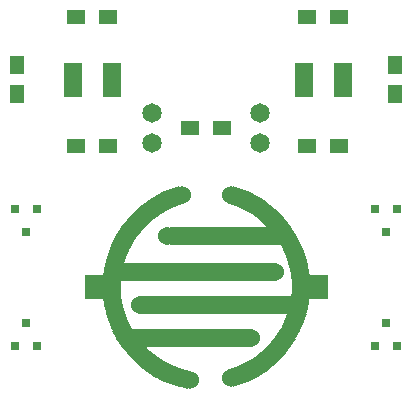
<source format=gts>
G04 #@! TF.FileFunction,Soldermask,Top*
%FSLAX46Y46*%
G04 Gerber Fmt 4.6, Leading zero omitted, Abs format (unit mm)*
G04 Created by KiCad (PCBNEW (2015-05-03 BZR 5637)-product) date 2015 September 04, Friday 10:07:14*
%MOMM*%
G01*
G04 APERTURE LIST*
%ADD10C,0.100000*%
%ADD11C,1.651000*%
%ADD12R,1.250000X1.500000*%
%ADD13R,1.500000X1.300000*%
%ADD14R,1.500000X3.000000*%
%ADD15R,13.000000X1.540000*%
%ADD16R,10.000000X1.540000*%
%ADD17R,2.000000X2.000000*%
%ADD18C,1.524000*%
%ADD19R,1.524000X1.524000*%
%ADD20C,1.540000*%
%ADD21R,0.800100X0.800100*%
G04 APERTURE END LIST*
D10*
D11*
X152654000Y-104648000D03*
X152654000Y-107188000D03*
X143510000Y-104648000D03*
X143510000Y-107188000D03*
D12*
X132080000Y-103104000D03*
X132080000Y-100604000D03*
X164084000Y-100604000D03*
X164084000Y-103104000D03*
D13*
X149432000Y-105918000D03*
X146732000Y-105918000D03*
X139780000Y-96520000D03*
X137080000Y-96520000D03*
X159338000Y-96520000D03*
X156638000Y-96520000D03*
X139780000Y-107442000D03*
X137080000Y-107442000D03*
X156638000Y-107442000D03*
X159338000Y-107442000D03*
D14*
X136780000Y-101854000D03*
X140080000Y-101854000D03*
X156338000Y-101854000D03*
X159638000Y-101854000D03*
D15*
X149098000Y-120904000D03*
X147320000Y-118110000D03*
D16*
X146812000Y-123698000D03*
D17*
X138811000Y-119380000D03*
D18*
X150153000Y-111653000D03*
D10*
G36*
X150362574Y-110885335D02*
X151794665Y-111406574D01*
X151273426Y-112838665D01*
X149841335Y-112317426D01*
X150362574Y-110885335D01*
X150362574Y-110885335D01*
G37*
G36*
X151094429Y-111117358D02*
X152475642Y-111761429D01*
X151831571Y-113142642D01*
X150450358Y-112498571D01*
X151094429Y-111117358D01*
X151094429Y-111117358D01*
G37*
G36*
X151803089Y-111411089D02*
X153122911Y-112173089D01*
X152360911Y-113492911D01*
X151041089Y-112730911D01*
X151803089Y-111411089D01*
X151803089Y-111411089D01*
G37*
G36*
X152483871Y-111765741D02*
X153732259Y-112639871D01*
X152858129Y-113888259D01*
X151609741Y-113014129D01*
X152483871Y-111765741D01*
X152483871Y-111765741D01*
G37*
G36*
X153130078Y-112178470D02*
X154297530Y-113158078D01*
X153317922Y-114325530D01*
X152150470Y-113345922D01*
X153130078Y-112178470D01*
X153130078Y-112178470D01*
G37*
G36*
X153739000Y-112645369D02*
X154816631Y-113723000D01*
X153739000Y-114800631D01*
X152661369Y-113723000D01*
X153739000Y-112645369D01*
X153739000Y-112645369D01*
G37*
G36*
X154303922Y-113164470D02*
X155283530Y-114331922D01*
X154116078Y-115311530D01*
X153136470Y-114144078D01*
X154303922Y-113164470D01*
X154303922Y-113164470D01*
G37*
G36*
X154822129Y-113729741D02*
X155696259Y-114978129D01*
X154447871Y-115852259D01*
X153573741Y-114603871D01*
X154822129Y-113729741D01*
X154822129Y-113729741D01*
G37*
G36*
X155288911Y-114339089D02*
X156050911Y-115658911D01*
X154731089Y-116420911D01*
X153969089Y-115101089D01*
X155288911Y-114339089D01*
X155288911Y-114339089D01*
G37*
G36*
X155700571Y-114986358D02*
X156344642Y-116367571D01*
X154963429Y-117011642D01*
X154319358Y-115630429D01*
X155700571Y-114986358D01*
X155700571Y-114986358D01*
G37*
G36*
X156055426Y-115667335D02*
X156576665Y-117099426D01*
X155144574Y-117620665D01*
X154623335Y-116188574D01*
X156055426Y-115667335D01*
X156055426Y-115667335D01*
G37*
G36*
X156347815Y-116375744D02*
X156742256Y-117847815D01*
X155270185Y-118242256D01*
X154875744Y-116770185D01*
X156347815Y-116375744D01*
X156347815Y-116375744D01*
G37*
G36*
X156578104Y-117108257D02*
X156842743Y-118609104D01*
X155341896Y-118873743D01*
X155077257Y-117372896D01*
X156578104Y-117108257D01*
X156578104Y-117108257D01*
G37*
G36*
X156744688Y-117857487D02*
X156877513Y-119375688D01*
X155359312Y-119508513D01*
X155226487Y-117990312D01*
X156744688Y-117857487D01*
X156744688Y-117857487D01*
G37*
D19*
X156082000Y-119380000D03*
D10*
G36*
X156877513Y-119384312D02*
X156744688Y-120902513D01*
X155226487Y-120769688D01*
X155359312Y-119251487D01*
X156877513Y-119384312D01*
X156877513Y-119384312D01*
G37*
G36*
X156842743Y-120150896D02*
X156578104Y-121651743D01*
X155077257Y-121387104D01*
X155341896Y-119886257D01*
X156842743Y-120150896D01*
X156842743Y-120150896D01*
G37*
G36*
X156742256Y-120912185D02*
X156347815Y-122384256D01*
X154875744Y-121989815D01*
X155270185Y-120517744D01*
X156742256Y-120912185D01*
X156742256Y-120912185D01*
G37*
G36*
X156576665Y-121660574D02*
X156055426Y-123092665D01*
X154623335Y-122571426D01*
X155144574Y-121139335D01*
X156576665Y-121660574D01*
X156576665Y-121660574D01*
G37*
G36*
X156344642Y-122392429D02*
X155700571Y-123773642D01*
X154319358Y-123129571D01*
X154963429Y-121748358D01*
X156344642Y-122392429D01*
X156344642Y-122392429D01*
G37*
G36*
X156050911Y-123101089D02*
X155288911Y-124420911D01*
X153969089Y-123658911D01*
X154731089Y-122339089D01*
X156050911Y-123101089D01*
X156050911Y-123101089D01*
G37*
G36*
X155696259Y-123781871D02*
X154822129Y-125030259D01*
X153573741Y-124156129D01*
X154447871Y-122907741D01*
X155696259Y-123781871D01*
X155696259Y-123781871D01*
G37*
G36*
X155283530Y-124428078D02*
X154303922Y-125595530D01*
X153136470Y-124615922D01*
X154116078Y-123448470D01*
X155283530Y-124428078D01*
X155283530Y-124428078D01*
G37*
G36*
X154816631Y-125037000D02*
X153739000Y-126114631D01*
X152661369Y-125037000D01*
X153739000Y-123959369D01*
X154816631Y-125037000D01*
X154816631Y-125037000D01*
G37*
G36*
X154297530Y-125601922D02*
X153130078Y-126581530D01*
X152150470Y-125414078D01*
X153317922Y-124434470D01*
X154297530Y-125601922D01*
X154297530Y-125601922D01*
G37*
G36*
X153732259Y-126120129D02*
X152483871Y-126994259D01*
X151609741Y-125745871D01*
X152858129Y-124871741D01*
X153732259Y-126120129D01*
X153732259Y-126120129D01*
G37*
G36*
X153122911Y-126586911D02*
X151803089Y-127348911D01*
X151041089Y-126029089D01*
X152360911Y-125267089D01*
X153122911Y-126586911D01*
X153122911Y-126586911D01*
G37*
G36*
X152475642Y-126998571D02*
X151094429Y-127642642D01*
X150450358Y-126261429D01*
X151831571Y-125617358D01*
X152475642Y-126998571D01*
X152475642Y-126998571D01*
G37*
G36*
X151794665Y-127353426D02*
X150362574Y-127874665D01*
X149841335Y-126442574D01*
X151273426Y-125921335D01*
X151794665Y-127353426D01*
X151794665Y-127353426D01*
G37*
D18*
X150153000Y-127107000D03*
X146693000Y-127258000D03*
D10*
G36*
X146549815Y-128040256D02*
X145077744Y-127645815D01*
X145472185Y-126173744D01*
X146944256Y-126568185D01*
X146549815Y-128040256D01*
X146549815Y-128040256D01*
G37*
G36*
X145801426Y-127874665D02*
X144369335Y-127353426D01*
X144890574Y-125921335D01*
X146322665Y-126442574D01*
X145801426Y-127874665D01*
X145801426Y-127874665D01*
G37*
G36*
X145069571Y-127642642D02*
X143688358Y-126998571D01*
X144332429Y-125617358D01*
X145713642Y-126261429D01*
X145069571Y-127642642D01*
X145069571Y-127642642D01*
G37*
G36*
X144360911Y-127348911D02*
X143041089Y-126586911D01*
X143803089Y-125267089D01*
X145122911Y-126029089D01*
X144360911Y-127348911D01*
X144360911Y-127348911D01*
G37*
G36*
X143680129Y-126994259D02*
X142431741Y-126120129D01*
X143305871Y-124871741D01*
X144554259Y-125745871D01*
X143680129Y-126994259D01*
X143680129Y-126994259D01*
G37*
G36*
X143033922Y-126581530D02*
X141866470Y-125601922D01*
X142846078Y-124434470D01*
X144013530Y-125414078D01*
X143033922Y-126581530D01*
X143033922Y-126581530D01*
G37*
G36*
X142425000Y-126114631D02*
X141347369Y-125037000D01*
X142425000Y-123959369D01*
X143502631Y-125037000D01*
X142425000Y-126114631D01*
X142425000Y-126114631D01*
G37*
G36*
X141860078Y-125595530D02*
X140880470Y-124428078D01*
X142047922Y-123448470D01*
X143027530Y-124615922D01*
X141860078Y-125595530D01*
X141860078Y-125595530D01*
G37*
G36*
X141341871Y-125030259D02*
X140467741Y-123781871D01*
X141716129Y-122907741D01*
X142590259Y-124156129D01*
X141341871Y-125030259D01*
X141341871Y-125030259D01*
G37*
G36*
X140875089Y-124420911D02*
X140113089Y-123101089D01*
X141432911Y-122339089D01*
X142194911Y-123658911D01*
X140875089Y-124420911D01*
X140875089Y-124420911D01*
G37*
G36*
X140463429Y-123773642D02*
X139819358Y-122392429D01*
X141200571Y-121748358D01*
X141844642Y-123129571D01*
X140463429Y-123773642D01*
X140463429Y-123773642D01*
G37*
G36*
X140108574Y-123092665D02*
X139587335Y-121660574D01*
X141019426Y-121139335D01*
X141540665Y-122571426D01*
X140108574Y-123092665D01*
X140108574Y-123092665D01*
G37*
G36*
X139816185Y-122384256D02*
X139421744Y-120912185D01*
X140893815Y-120517744D01*
X141288256Y-121989815D01*
X139816185Y-122384256D01*
X139816185Y-122384256D01*
G37*
G36*
X139585896Y-121651743D02*
X139321257Y-120150896D01*
X140822104Y-119886257D01*
X141086743Y-121387104D01*
X139585896Y-121651743D01*
X139585896Y-121651743D01*
G37*
G36*
X139419312Y-120902513D02*
X139286487Y-119384312D01*
X140804688Y-119251487D01*
X140937513Y-120769688D01*
X139419312Y-120902513D01*
X139419312Y-120902513D01*
G37*
D19*
X140082000Y-119380000D03*
D10*
G36*
X139286487Y-119375688D02*
X139419312Y-117857487D01*
X140937513Y-117990312D01*
X140804688Y-119508513D01*
X139286487Y-119375688D01*
X139286487Y-119375688D01*
G37*
G36*
X139321257Y-118609104D02*
X139585896Y-117108257D01*
X141086743Y-117372896D01*
X140822104Y-118873743D01*
X139321257Y-118609104D01*
X139321257Y-118609104D01*
G37*
G36*
X139421744Y-117847815D02*
X139816185Y-116375744D01*
X141288256Y-116770185D01*
X140893815Y-118242256D01*
X139421744Y-117847815D01*
X139421744Y-117847815D01*
G37*
G36*
X139587335Y-117099426D02*
X140108574Y-115667335D01*
X141540665Y-116188574D01*
X141019426Y-117620665D01*
X139587335Y-117099426D01*
X139587335Y-117099426D01*
G37*
G36*
X139819358Y-116367571D02*
X140463429Y-114986358D01*
X141844642Y-115630429D01*
X141200571Y-117011642D01*
X139819358Y-116367571D01*
X139819358Y-116367571D01*
G37*
G36*
X140113089Y-115658911D02*
X140875089Y-114339089D01*
X142194911Y-115101089D01*
X141432911Y-116420911D01*
X140113089Y-115658911D01*
X140113089Y-115658911D01*
G37*
G36*
X140467741Y-114978129D02*
X141341871Y-113729741D01*
X142590259Y-114603871D01*
X141716129Y-115852259D01*
X140467741Y-114978129D01*
X140467741Y-114978129D01*
G37*
G36*
X140880470Y-114331922D02*
X141860078Y-113164470D01*
X143027530Y-114144078D01*
X142047922Y-115311530D01*
X140880470Y-114331922D01*
X140880470Y-114331922D01*
G37*
G36*
X141347369Y-113723000D02*
X142425000Y-112645369D01*
X143502631Y-113723000D01*
X142425000Y-114800631D01*
X141347369Y-113723000D01*
X141347369Y-113723000D01*
G37*
G36*
X141866470Y-113158078D02*
X143033922Y-112178470D01*
X144013530Y-113345922D01*
X142846078Y-114325530D01*
X141866470Y-113158078D01*
X141866470Y-113158078D01*
G37*
G36*
X142431741Y-112639871D02*
X143680129Y-111765741D01*
X144554259Y-113014129D01*
X143305871Y-113888259D01*
X142431741Y-112639871D01*
X142431741Y-112639871D01*
G37*
G36*
X143041089Y-112173089D02*
X144360911Y-111411089D01*
X145122911Y-112730911D01*
X143803089Y-113492911D01*
X143041089Y-112173089D01*
X143041089Y-112173089D01*
G37*
G36*
X143688358Y-111761429D02*
X145069571Y-111117358D01*
X145713642Y-112498571D01*
X144332429Y-113142642D01*
X143688358Y-111761429D01*
X143688358Y-111761429D01*
G37*
G36*
X144369335Y-111406574D02*
X145801426Y-110885335D01*
X146322665Y-112317426D01*
X144890574Y-112838665D01*
X144369335Y-111406574D01*
X144369335Y-111406574D01*
G37*
D18*
X146011000Y-111653000D03*
D17*
X157353000Y-119380000D03*
D16*
X149982000Y-115080000D03*
D20*
X144780000Y-115062000D03*
X142494000Y-120904000D03*
X151892000Y-123698000D03*
X153924000Y-118110000D03*
D21*
X131892000Y-124444760D03*
X133792000Y-124444760D03*
X132842000Y-122445780D03*
X133792000Y-112791240D03*
X131892000Y-112791240D03*
X132842000Y-114790220D03*
X164272000Y-112791240D03*
X162372000Y-112791240D03*
X163322000Y-114790220D03*
X162372000Y-124444760D03*
X164272000Y-124444760D03*
X163322000Y-122445780D03*
M02*

</source>
